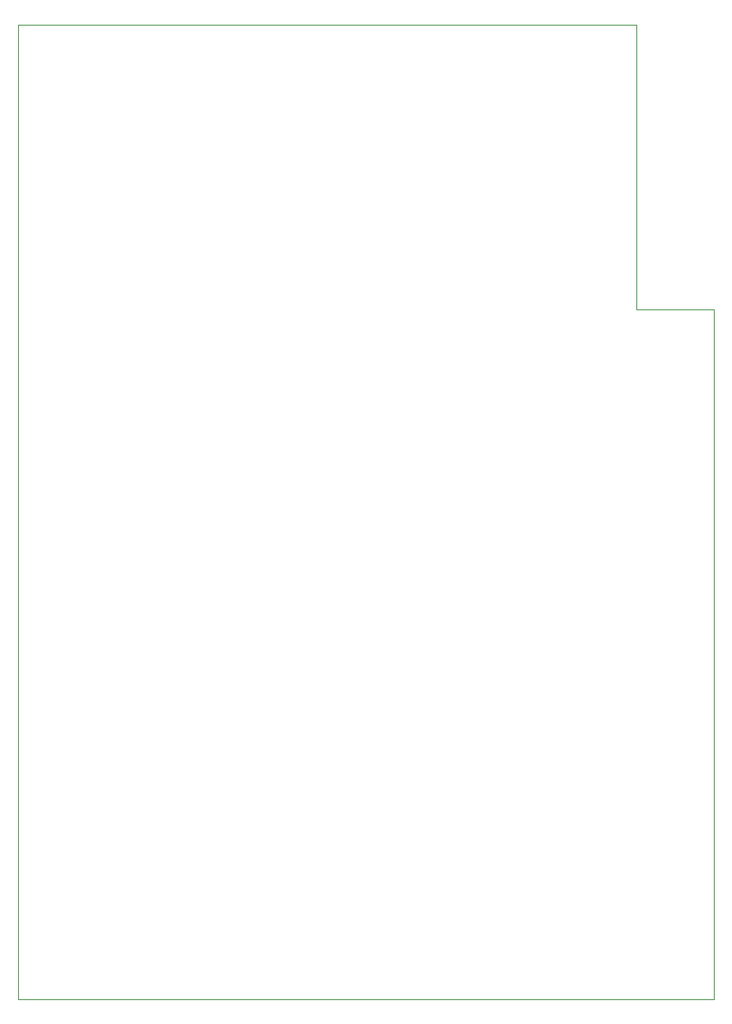
<source format=gbr>
G04 #@! TF.GenerationSoftware,KiCad,Pcbnew,(5.1.2-1)-1*
G04 #@! TF.CreationDate,2020-07-05T10:41:52+01:00*
G04 #@! TF.ProjectId,MZ80-80CLR,4d5a3830-2d38-4304-934c-522e6b696361,rev?*
G04 #@! TF.SameCoordinates,Original*
G04 #@! TF.FileFunction,Profile,NP*
%FSLAX46Y46*%
G04 Gerber Fmt 4.6, Leading zero omitted, Abs format (unit mm)*
G04 Created by KiCad (PCBNEW (5.1.2-1)-1) date 2020-07-05 10:41:52*
%MOMM*%
%LPD*%
G04 APERTURE LIST*
%ADD10C,0.100000*%
G04 APERTURE END LIST*
D10*
X133985000Y-62230000D02*
X142000000Y-62230000D01*
X133985000Y-33000000D02*
X133985000Y-62230000D01*
X133985000Y-33000000D02*
X70485000Y-33000000D01*
X142000000Y-133000000D02*
X142000000Y-62230000D01*
X70485000Y-133000000D02*
X142000000Y-133000000D01*
X70485000Y-33000000D02*
X70485000Y-133000000D01*
M02*

</source>
